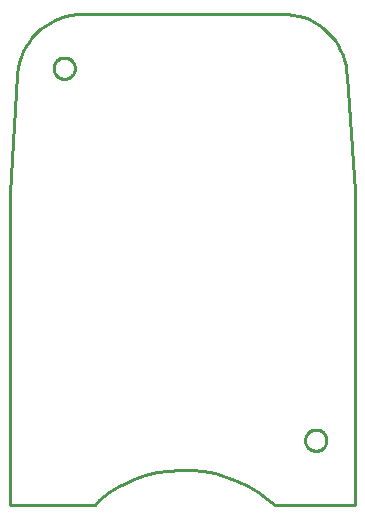
<source format=gbr>
G04 EAGLE Gerber RS-274X export*
G75*
%MOMM*%
%FSLAX34Y34*%
%LPD*%
%IN*%
%IPPOS*%
%AMOC8*
5,1,8,0,0,1.08239X$1,22.5*%
G01*
%ADD10C,0.254000*%


D10*
X2000Y4000D02*
X74000Y4000D01*
X77550Y7978D01*
X81434Y11632D01*
X85621Y14933D01*
X90079Y17857D01*
X94000Y20000D01*
X98000Y22000D01*
X107073Y26052D01*
X116465Y29298D01*
X126104Y31713D01*
X135916Y33278D01*
X145828Y33983D01*
X155764Y33820D01*
X165647Y32793D01*
X175403Y30908D01*
X184958Y28180D01*
X194239Y24629D01*
X203175Y20284D01*
X211698Y15175D01*
X219744Y9344D01*
X226000Y4000D01*
X294000Y4000D01*
X294000Y270000D01*
X287000Y367000D01*
X286707Y371703D01*
X286004Y376362D01*
X284899Y380942D01*
X283398Y385408D01*
X281514Y389727D01*
X279261Y393865D01*
X276655Y397791D01*
X273718Y401474D01*
X270470Y404888D01*
X266937Y408006D01*
X263146Y410804D01*
X259126Y413261D01*
X254907Y415358D01*
X250521Y417079D01*
X246001Y418412D01*
X241383Y419346D01*
X236701Y419873D01*
X233000Y420000D01*
X63000Y420000D01*
X58199Y419790D01*
X53434Y419163D01*
X48743Y418123D01*
X44159Y416678D01*
X39719Y414839D01*
X35457Y412620D01*
X31404Y410038D01*
X27591Y407112D01*
X24048Y403866D01*
X20801Y400322D01*
X17876Y396510D01*
X15294Y392457D01*
X13075Y388194D01*
X11236Y383754D01*
X9790Y379171D01*
X8750Y374479D01*
X8123Y369715D01*
X8000Y368000D01*
X2000Y268000D01*
X2000Y4000D01*
X269760Y58487D02*
X269692Y57704D01*
X269555Y56930D01*
X269352Y56171D01*
X269083Y55433D01*
X268751Y54720D01*
X268358Y54040D01*
X267907Y53396D01*
X267402Y52794D01*
X266846Y52238D01*
X266244Y51733D01*
X265600Y51282D01*
X264920Y50889D01*
X264207Y50557D01*
X263469Y50288D01*
X262710Y50085D01*
X261936Y49949D01*
X261153Y49880D01*
X260367Y49880D01*
X259584Y49949D01*
X258810Y50085D01*
X258051Y50288D01*
X257313Y50557D01*
X256600Y50889D01*
X255920Y51282D01*
X255276Y51733D01*
X254674Y52238D01*
X254118Y52794D01*
X253613Y53396D01*
X253162Y54040D01*
X252769Y54720D01*
X252437Y55433D01*
X252168Y56171D01*
X251965Y56930D01*
X251829Y57704D01*
X251760Y58487D01*
X251760Y59273D01*
X251829Y60056D01*
X251965Y60830D01*
X252168Y61589D01*
X252437Y62327D01*
X252769Y63040D01*
X253162Y63720D01*
X253613Y64364D01*
X254118Y64966D01*
X254674Y65522D01*
X255276Y66027D01*
X255920Y66478D01*
X256600Y66871D01*
X257313Y67203D01*
X258051Y67472D01*
X258810Y67675D01*
X259584Y67812D01*
X260367Y67880D01*
X261153Y67880D01*
X261936Y67812D01*
X262710Y67675D01*
X263469Y67472D01*
X264207Y67203D01*
X264920Y66871D01*
X265600Y66478D01*
X266244Y66027D01*
X266846Y65522D01*
X267402Y64966D01*
X267907Y64364D01*
X268358Y63720D01*
X268751Y63040D01*
X269083Y62327D01*
X269352Y61589D01*
X269555Y60830D01*
X269692Y60056D01*
X269760Y59273D01*
X269760Y58487D01*
X56760Y373487D02*
X56692Y372704D01*
X56555Y371930D01*
X56352Y371171D01*
X56083Y370433D01*
X55751Y369720D01*
X55358Y369040D01*
X54907Y368396D01*
X54402Y367794D01*
X53846Y367238D01*
X53244Y366733D01*
X52600Y366282D01*
X51920Y365889D01*
X51207Y365557D01*
X50469Y365288D01*
X49710Y365085D01*
X48936Y364949D01*
X48153Y364880D01*
X47367Y364880D01*
X46584Y364949D01*
X45810Y365085D01*
X45051Y365288D01*
X44313Y365557D01*
X43600Y365889D01*
X42920Y366282D01*
X42276Y366733D01*
X41674Y367238D01*
X41118Y367794D01*
X40613Y368396D01*
X40162Y369040D01*
X39769Y369720D01*
X39437Y370433D01*
X39168Y371171D01*
X38965Y371930D01*
X38829Y372704D01*
X38760Y373487D01*
X38760Y374273D01*
X38829Y375056D01*
X38965Y375830D01*
X39168Y376589D01*
X39437Y377327D01*
X39769Y378040D01*
X40162Y378720D01*
X40613Y379364D01*
X41118Y379966D01*
X41674Y380522D01*
X42276Y381027D01*
X42920Y381478D01*
X43600Y381871D01*
X44313Y382203D01*
X45051Y382472D01*
X45810Y382675D01*
X46584Y382812D01*
X47367Y382880D01*
X48153Y382880D01*
X48936Y382812D01*
X49710Y382675D01*
X50469Y382472D01*
X51207Y382203D01*
X51920Y381871D01*
X52600Y381478D01*
X53244Y381027D01*
X53846Y380522D01*
X54402Y379966D01*
X54907Y379364D01*
X55358Y378720D01*
X55751Y378040D01*
X56083Y377327D01*
X56352Y376589D01*
X56555Y375830D01*
X56692Y375056D01*
X56760Y374273D01*
X56760Y373487D01*
M02*

</source>
